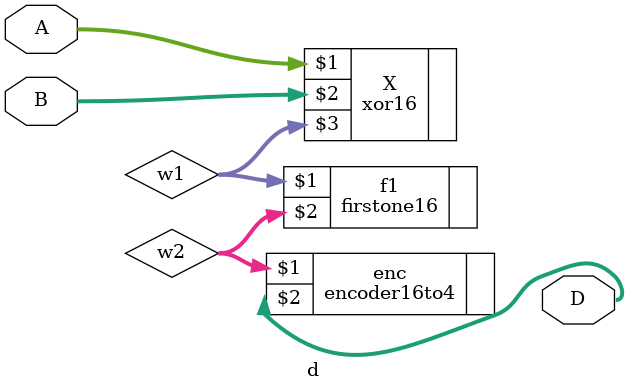
<source format=sv>
module d(input[15:0]A,B,output [3:0]D);
  wire [15:0] w1,w2;
  xor16 X(A,B,w1);
  firstone16 f1(w1,w2);
  encoder16to4 enc(w2,D);
endmodule
   

</source>
